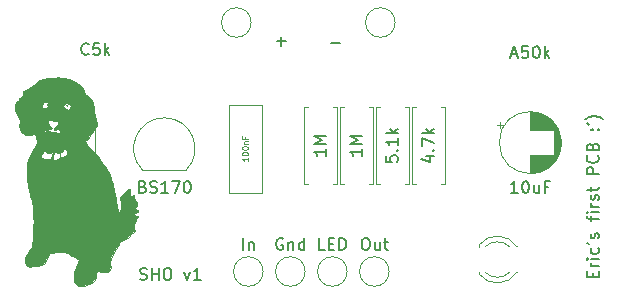
<source format=gbr>
G04 #@! TF.GenerationSoftware,KiCad,Pcbnew,(5.1.5-0-10_14)*
G04 #@! TF.CreationDate,2020-05-25T08:50:42-06:00*
G04 #@! TF.ProjectId,SHO,53484f2e-6b69-4636-9164-5f7063625858,rev?*
G04 #@! TF.SameCoordinates,Original*
G04 #@! TF.FileFunction,Legend,Top*
G04 #@! TF.FilePolarity,Positive*
%FSLAX46Y46*%
G04 Gerber Fmt 4.6, Leading zero omitted, Abs format (unit mm)*
G04 Created by KiCad (PCBNEW (5.1.5-0-10_14)) date 2020-05-25 08:50:42*
%MOMM*%
%LPD*%
G04 APERTURE LIST*
%ADD10C,0.150000*%
%ADD11C,0.010000*%
%ADD12C,0.120000*%
%ADD13C,0.125000*%
G04 APERTURE END LIST*
D10*
X201604571Y-118315523D02*
X201604571Y-117982190D01*
X202128380Y-117839333D02*
X202128380Y-118315523D01*
X201128380Y-118315523D01*
X201128380Y-117839333D01*
X202128380Y-117410761D02*
X201461714Y-117410761D01*
X201652190Y-117410761D02*
X201556952Y-117363142D01*
X201509333Y-117315523D01*
X201461714Y-117220285D01*
X201461714Y-117125047D01*
X202128380Y-116791714D02*
X201461714Y-116791714D01*
X201128380Y-116791714D02*
X201176000Y-116839333D01*
X201223619Y-116791714D01*
X201176000Y-116744095D01*
X201128380Y-116791714D01*
X201223619Y-116791714D01*
X202080761Y-115886952D02*
X202128380Y-115982190D01*
X202128380Y-116172666D01*
X202080761Y-116267904D01*
X202033142Y-116315523D01*
X201937904Y-116363142D01*
X201652190Y-116363142D01*
X201556952Y-116315523D01*
X201509333Y-116267904D01*
X201461714Y-116172666D01*
X201461714Y-115982190D01*
X201509333Y-115886952D01*
X201128380Y-115410761D02*
X201318857Y-115506000D01*
X202080761Y-115029809D02*
X202128380Y-114934571D01*
X202128380Y-114744095D01*
X202080761Y-114648857D01*
X201985523Y-114601238D01*
X201937904Y-114601238D01*
X201842666Y-114648857D01*
X201795047Y-114744095D01*
X201795047Y-114886952D01*
X201747428Y-114982190D01*
X201652190Y-115029809D01*
X201604571Y-115029809D01*
X201509333Y-114982190D01*
X201461714Y-114886952D01*
X201461714Y-114744095D01*
X201509333Y-114648857D01*
X201461714Y-113553619D02*
X201461714Y-113172666D01*
X202128380Y-113410761D02*
X201271238Y-113410761D01*
X201176000Y-113363142D01*
X201128380Y-113267904D01*
X201128380Y-113172666D01*
X202128380Y-112839333D02*
X201461714Y-112839333D01*
X201128380Y-112839333D02*
X201176000Y-112886952D01*
X201223619Y-112839333D01*
X201176000Y-112791714D01*
X201128380Y-112839333D01*
X201223619Y-112839333D01*
X202128380Y-112363142D02*
X201461714Y-112363142D01*
X201652190Y-112363142D02*
X201556952Y-112315523D01*
X201509333Y-112267904D01*
X201461714Y-112172666D01*
X201461714Y-112077428D01*
X202080761Y-111791714D02*
X202128380Y-111696476D01*
X202128380Y-111506000D01*
X202080761Y-111410761D01*
X201985523Y-111363142D01*
X201937904Y-111363142D01*
X201842666Y-111410761D01*
X201795047Y-111506000D01*
X201795047Y-111648857D01*
X201747428Y-111744095D01*
X201652190Y-111791714D01*
X201604571Y-111791714D01*
X201509333Y-111744095D01*
X201461714Y-111648857D01*
X201461714Y-111506000D01*
X201509333Y-111410761D01*
X201461714Y-111077428D02*
X201461714Y-110696476D01*
X201128380Y-110934571D02*
X201985523Y-110934571D01*
X202080761Y-110886952D01*
X202128380Y-110791714D01*
X202128380Y-110696476D01*
X202128380Y-109601238D02*
X201128380Y-109601238D01*
X201128380Y-109220285D01*
X201176000Y-109125047D01*
X201223619Y-109077428D01*
X201318857Y-109029809D01*
X201461714Y-109029809D01*
X201556952Y-109077428D01*
X201604571Y-109125047D01*
X201652190Y-109220285D01*
X201652190Y-109601238D01*
X202033142Y-108029809D02*
X202080761Y-108077428D01*
X202128380Y-108220285D01*
X202128380Y-108315523D01*
X202080761Y-108458380D01*
X201985523Y-108553619D01*
X201890285Y-108601238D01*
X201699809Y-108648857D01*
X201556952Y-108648857D01*
X201366476Y-108601238D01*
X201271238Y-108553619D01*
X201176000Y-108458380D01*
X201128380Y-108315523D01*
X201128380Y-108220285D01*
X201176000Y-108077428D01*
X201223619Y-108029809D01*
X201604571Y-107267904D02*
X201652190Y-107125047D01*
X201699809Y-107077428D01*
X201795047Y-107029809D01*
X201937904Y-107029809D01*
X202033142Y-107077428D01*
X202080761Y-107125047D01*
X202128380Y-107220285D01*
X202128380Y-107601238D01*
X201128380Y-107601238D01*
X201128380Y-107267904D01*
X201176000Y-107172666D01*
X201223619Y-107125047D01*
X201318857Y-107077428D01*
X201414095Y-107077428D01*
X201509333Y-107125047D01*
X201556952Y-107172666D01*
X201604571Y-107267904D01*
X201604571Y-107601238D01*
X202033142Y-105839333D02*
X202080761Y-105791714D01*
X202128380Y-105839333D01*
X202080761Y-105886952D01*
X202033142Y-105839333D01*
X202128380Y-105839333D01*
X201509333Y-105839333D02*
X201556952Y-105791714D01*
X201604571Y-105839333D01*
X201556952Y-105886952D01*
X201509333Y-105839333D01*
X201604571Y-105839333D01*
X201128380Y-105315523D02*
X201318857Y-105410761D01*
X202509333Y-104982190D02*
X202461714Y-104934571D01*
X202318857Y-104839333D01*
X202223619Y-104791714D01*
X202080761Y-104744095D01*
X201842666Y-104696476D01*
X201652190Y-104696476D01*
X201414095Y-104744095D01*
X201271238Y-104791714D01*
X201176000Y-104839333D01*
X201033142Y-104934571D01*
X200985523Y-104982190D01*
X163290571Y-118514761D02*
X163433428Y-118562380D01*
X163671523Y-118562380D01*
X163766761Y-118514761D01*
X163814380Y-118467142D01*
X163862000Y-118371904D01*
X163862000Y-118276666D01*
X163814380Y-118181428D01*
X163766761Y-118133809D01*
X163671523Y-118086190D01*
X163481047Y-118038571D01*
X163385809Y-117990952D01*
X163338190Y-117943333D01*
X163290571Y-117848095D01*
X163290571Y-117752857D01*
X163338190Y-117657619D01*
X163385809Y-117610000D01*
X163481047Y-117562380D01*
X163719142Y-117562380D01*
X163862000Y-117610000D01*
X164290571Y-118562380D02*
X164290571Y-117562380D01*
X164290571Y-118038571D02*
X164862000Y-118038571D01*
X164862000Y-118562380D02*
X164862000Y-117562380D01*
X165528666Y-117562380D02*
X165719142Y-117562380D01*
X165814380Y-117610000D01*
X165909619Y-117705238D01*
X165957238Y-117895714D01*
X165957238Y-118229047D01*
X165909619Y-118419523D01*
X165814380Y-118514761D01*
X165719142Y-118562380D01*
X165528666Y-118562380D01*
X165433428Y-118514761D01*
X165338190Y-118419523D01*
X165290571Y-118229047D01*
X165290571Y-117895714D01*
X165338190Y-117705238D01*
X165433428Y-117610000D01*
X165528666Y-117562380D01*
X167052476Y-117895714D02*
X167290571Y-118562380D01*
X167528666Y-117895714D01*
X168433428Y-118562380D02*
X167862000Y-118562380D01*
X168147714Y-118562380D02*
X168147714Y-117562380D01*
X168052476Y-117705238D01*
X167957238Y-117800476D01*
X167862000Y-117848095D01*
D11*
G36*
X157141334Y-103759000D02*
G01*
X157099000Y-103801334D01*
X157056667Y-103759000D01*
X157099000Y-103716667D01*
X157141334Y-103759000D01*
G37*
X157141334Y-103759000D02*
X157099000Y-103801334D01*
X157056667Y-103759000D01*
X157099000Y-103716667D01*
X157141334Y-103759000D01*
G36*
X156570944Y-101437707D02*
G01*
X156870204Y-101495017D01*
X157208910Y-101576059D01*
X157546115Y-101672636D01*
X157649334Y-101706265D01*
X157973320Y-101884208D01*
X158282977Y-102169023D01*
X158521768Y-102503594D01*
X158592450Y-102659039D01*
X158717090Y-102877758D01*
X158881009Y-103025422D01*
X158891675Y-103030614D01*
X159163794Y-103245230D01*
X159339975Y-103591371D01*
X159415244Y-104057732D01*
X159417314Y-104224667D01*
X159442799Y-104683790D01*
X159530064Y-105054037D01*
X159547292Y-105096597D01*
X159630336Y-105310256D01*
X159635842Y-105450453D01*
X159559242Y-105596532D01*
X159514848Y-105660000D01*
X159399356Y-105837637D01*
X159343596Y-105953743D01*
X159342667Y-105961220D01*
X159293401Y-106058533D01*
X159171164Y-106234097D01*
X159014298Y-106438557D01*
X158861145Y-106622557D01*
X158750048Y-106736743D01*
X158729463Y-106750556D01*
X158662864Y-106842337D01*
X158721936Y-107009505D01*
X158910902Y-107258821D01*
X159233986Y-107597047D01*
X159296179Y-107657708D01*
X159568005Y-107936833D01*
X159793093Y-108197778D01*
X159941736Y-108404451D01*
X159983251Y-108492440D01*
X160078326Y-108690387D01*
X160189334Y-108796667D01*
X160324770Y-108937048D01*
X160392874Y-109090767D01*
X160456447Y-109250255D01*
X160516755Y-109304667D01*
X160603259Y-109385868D01*
X160709530Y-109619044D01*
X160831275Y-109988557D01*
X160964200Y-110478767D01*
X161104011Y-111074034D01*
X161246413Y-111758719D01*
X161366067Y-112398096D01*
X161441898Y-112723140D01*
X161518149Y-112888802D01*
X161586185Y-112904789D01*
X161637366Y-112780811D01*
X161663056Y-112526574D01*
X161654618Y-112151789D01*
X161653326Y-112133945D01*
X162905351Y-112133945D01*
X162920918Y-112243759D01*
X162949820Y-112245070D01*
X162970031Y-112131753D01*
X162956504Y-112082792D01*
X162918909Y-112050722D01*
X162905351Y-112133945D01*
X161653326Y-112133945D01*
X161649394Y-112079640D01*
X161604466Y-111510279D01*
X161945272Y-111169473D01*
X162201716Y-110935053D01*
X162367337Y-110839024D01*
X162448025Y-110880777D01*
X162449670Y-111059703D01*
X162439825Y-111118398D01*
X162430543Y-111356887D01*
X162501456Y-111476096D01*
X162636513Y-111456839D01*
X162690709Y-111418255D01*
X162775480Y-111373563D01*
X162809443Y-111452004D01*
X162814000Y-111582957D01*
X162852876Y-111798687D01*
X162941000Y-111898716D01*
X163036007Y-112006259D01*
X163065465Y-112176696D01*
X163024619Y-112327013D01*
X162968101Y-112371855D01*
X162909106Y-112465728D01*
X162925170Y-112553611D01*
X163008824Y-112652852D01*
X163067402Y-112649370D01*
X163145740Y-112657984D01*
X163152667Y-112690741D01*
X163081214Y-112780905D01*
X162908309Y-112869927D01*
X162898767Y-112873319D01*
X162723955Y-112969045D01*
X162711576Y-113057432D01*
X162856057Y-113109998D01*
X162945997Y-113114667D01*
X163102705Y-113144286D01*
X163152667Y-113199334D01*
X163088238Y-113281540D01*
X163068000Y-113284000D01*
X162991717Y-113352058D01*
X162983334Y-113403945D01*
X162940696Y-113530448D01*
X162911829Y-113552111D01*
X162847383Y-113650762D01*
X162800043Y-113843289D01*
X162779191Y-114057281D01*
X162794213Y-114220330D01*
X162819913Y-114261321D01*
X162838803Y-114355657D01*
X162746255Y-114514268D01*
X162571264Y-114706814D01*
X162342826Y-114902953D01*
X162089934Y-115072344D01*
X161998397Y-115120980D01*
X161722350Y-115282328D01*
X161539844Y-115441755D01*
X161493762Y-115519459D01*
X161423870Y-115675944D01*
X161289123Y-115923885D01*
X161117100Y-116212859D01*
X161095616Y-116247334D01*
X160918383Y-116544004D01*
X160817760Y-116773645D01*
X160778624Y-117002131D01*
X160785850Y-117295338D01*
X160804705Y-117514438D01*
X160750738Y-117716730D01*
X160572031Y-117857050D01*
X160307451Y-117917087D01*
X160018417Y-117884832D01*
X159733543Y-117831380D01*
X159581604Y-117865211D01*
X159547093Y-117992133D01*
X159559175Y-118056812D01*
X159560158Y-118368889D01*
X159396531Y-118641706D01*
X159068217Y-118875378D01*
X158983580Y-118917056D01*
X158582925Y-119073610D01*
X158276084Y-119116154D01*
X158031061Y-119044016D01*
X157848551Y-118893167D01*
X157728713Y-118747038D01*
X157672131Y-118604254D01*
X157665879Y-118404548D01*
X157689657Y-118152334D01*
X157737153Y-117857641D01*
X157771783Y-117729000D01*
X159935334Y-117729000D01*
X159977667Y-117771334D01*
X160020000Y-117729000D01*
X159977667Y-117686667D01*
X159935334Y-117729000D01*
X157771783Y-117729000D01*
X157800920Y-117620768D01*
X157851026Y-117517334D01*
X157961756Y-117343417D01*
X158071372Y-117116042D01*
X158144920Y-116912570D01*
X158157334Y-116839415D01*
X158083741Y-116771787D01*
X157898149Y-116691503D01*
X157797500Y-116659778D01*
X157543767Y-116561292D01*
X157348032Y-116439898D01*
X157310667Y-116402882D01*
X157154469Y-116296584D01*
X156884869Y-116242018D01*
X156718000Y-116231617D01*
X156230320Y-116226913D01*
X155866560Y-116250664D01*
X155640570Y-116300945D01*
X155566200Y-116375835D01*
X155569696Y-116391043D01*
X155567972Y-116489690D01*
X155540593Y-116501334D01*
X155474003Y-116573986D01*
X155421507Y-116734167D01*
X155331516Y-117005364D01*
X155171287Y-117182580D01*
X154904104Y-117294819D01*
X154643667Y-117348651D01*
X154232496Y-117411004D01*
X153955199Y-117433187D01*
X153779478Y-117407609D01*
X153673037Y-117326679D01*
X153603578Y-117182807D01*
X153576480Y-117097838D01*
X153521428Y-116861635D01*
X153542052Y-116697347D01*
X153636582Y-116536306D01*
X153778906Y-116327571D01*
X153884972Y-116160498D01*
X154012561Y-115969347D01*
X154074379Y-115889173D01*
X154112917Y-115767459D01*
X154154041Y-115514671D01*
X154194221Y-115168956D01*
X154229924Y-114768465D01*
X154257621Y-114351345D01*
X154273782Y-113955744D01*
X154276304Y-113707334D01*
X154251999Y-113119315D01*
X154192667Y-112507052D01*
X154105841Y-111926450D01*
X153999051Y-111433413D01*
X153945493Y-111252000D01*
X153790022Y-110648762D01*
X153701007Y-110006595D01*
X153683119Y-109385540D01*
X153741027Y-108845640D01*
X153753782Y-108787044D01*
X153895254Y-108286684D01*
X154037137Y-107915827D01*
X154877650Y-107915827D01*
X154888608Y-107999258D01*
X154934190Y-108157227D01*
X154940000Y-108205814D01*
X155014810Y-108260339D01*
X155200301Y-108304484D01*
X155257500Y-108311657D01*
X155474081Y-108336014D01*
X155606336Y-108354055D01*
X155617334Y-108356344D01*
X155676068Y-108295213D01*
X155720400Y-108217216D01*
X155900220Y-108217216D01*
X155912835Y-108331742D01*
X155960231Y-108375948D01*
X156053356Y-108411182D01*
X156178897Y-108398995D01*
X156376039Y-108329387D01*
X156683971Y-108192358D01*
X156689268Y-108189908D01*
X156957745Y-108039495D01*
X157088853Y-107883959D01*
X157111364Y-107685447D01*
X157106014Y-107641613D01*
X157041238Y-107523872D01*
X156927948Y-107454017D01*
X156829260Y-107457709D01*
X156802667Y-107518284D01*
X156739590Y-107616600D01*
X156590407Y-107718874D01*
X156415187Y-107796519D01*
X156274001Y-107820946D01*
X156227842Y-107791858D01*
X156158130Y-107699882D01*
X156068352Y-107772577D01*
X155963750Y-108002781D01*
X155900220Y-108217216D01*
X155720400Y-108217216D01*
X155770708Y-108128708D01*
X155802241Y-108063845D01*
X155944815Y-107759871D01*
X155614552Y-107804169D01*
X155393454Y-107814907D01*
X155302764Y-107775216D01*
X155302645Y-107761650D01*
X155254876Y-107657995D01*
X155215167Y-107636028D01*
X155124515Y-107667878D01*
X155109334Y-107731278D01*
X155041015Y-107847419D01*
X154973275Y-107865334D01*
X154877650Y-107915827D01*
X154037137Y-107915827D01*
X154071234Y-107826705D01*
X154116467Y-107738334D01*
X154770667Y-107738334D01*
X154813000Y-107780667D01*
X154855334Y-107738334D01*
X154813000Y-107696000D01*
X154770667Y-107738334D01*
X154116467Y-107738334D01*
X154198261Y-107578537D01*
X154884437Y-107578537D01*
X154897667Y-107611334D01*
X154973749Y-107692104D01*
X154987330Y-107696000D01*
X155023696Y-107630494D01*
X155024667Y-107611334D01*
X154959579Y-107529920D01*
X154935003Y-107526667D01*
X154884437Y-107578537D01*
X154198261Y-107578537D01*
X154261730Y-107454541D01*
X154392132Y-107272667D01*
X154504602Y-107114149D01*
X154545925Y-106939030D01*
X154530831Y-106677453D01*
X154526019Y-106637667D01*
X154485030Y-106385668D01*
X154430194Y-106265062D01*
X154340337Y-106238063D01*
X154304488Y-106242384D01*
X153953894Y-106299311D01*
X153727581Y-106323772D01*
X153582485Y-106309179D01*
X153475543Y-106248944D01*
X153363692Y-106136479D01*
X153323405Y-106092297D01*
X153237612Y-105958582D01*
X155026388Y-105958582D01*
X155132427Y-105997086D01*
X155241330Y-106002667D01*
X155393724Y-105975025D01*
X155398243Y-105896834D01*
X155372855Y-105833351D01*
X155448035Y-105892686D01*
X155452513Y-105896834D01*
X155614542Y-105972204D01*
X155836213Y-106002667D01*
X156107969Y-106037356D01*
X156387035Y-106120946D01*
X156390780Y-106122512D01*
X156612833Y-106204491D01*
X156694298Y-106197327D01*
X156642909Y-106093566D01*
X156544825Y-105974119D01*
X156387494Y-105830989D01*
X156239757Y-105811935D01*
X156158361Y-105836872D01*
X156007699Y-105866008D01*
X155987316Y-105792531D01*
X156096743Y-105621427D01*
X156188834Y-105513213D01*
X156318838Y-105348987D01*
X156378861Y-105235429D01*
X156379334Y-105229917D01*
X156297658Y-105154837D01*
X156064239Y-105092416D01*
X155744334Y-105051591D01*
X155567639Y-105052761D01*
X155509457Y-105126911D01*
X155513635Y-105240667D01*
X155597897Y-105455302D01*
X155715291Y-105588113D01*
X155809241Y-105668464D01*
X155804724Y-105716367D01*
X155677153Y-105750390D01*
X155459156Y-105781529D01*
X155206956Y-105833339D01*
X155056965Y-105898179D01*
X155026388Y-105958582D01*
X153237612Y-105958582D01*
X153134048Y-105797172D01*
X153078920Y-105495879D01*
X153154556Y-105249813D01*
X153158150Y-105104312D01*
X153045309Y-104853811D01*
X152942467Y-104683748D01*
X152782501Y-104416021D01*
X152705062Y-104216120D01*
X152691497Y-104016087D01*
X152710271Y-103837759D01*
X152733179Y-103732350D01*
X154962890Y-103732350D01*
X154977663Y-103871285D01*
X155034845Y-104007533D01*
X155124924Y-104046744D01*
X155308596Y-104010892D01*
X155340144Y-104002498D01*
X155471280Y-103940515D01*
X155465044Y-103876189D01*
X156814093Y-103876189D01*
X156853068Y-104042150D01*
X156993167Y-104137060D01*
X157206768Y-104193007D01*
X157334072Y-104130524D01*
X157403319Y-103993872D01*
X157417172Y-103833516D01*
X157296913Y-103701507D01*
X157268071Y-103681947D01*
X157111354Y-103597113D01*
X157007047Y-103617349D01*
X156934500Y-103681596D01*
X156814093Y-103876189D01*
X155465044Y-103876189D01*
X155460283Y-103827094D01*
X155437530Y-103781770D01*
X155388595Y-103663802D01*
X155439134Y-103668854D01*
X155439553Y-103669113D01*
X155519265Y-103655905D01*
X155532667Y-103594664D01*
X155468838Y-103488282D01*
X155312520Y-103471217D01*
X155116463Y-103545730D01*
X155072806Y-103574951D01*
X154962890Y-103732350D01*
X152733179Y-103732350D01*
X152769447Y-103565470D01*
X152862042Y-103427314D01*
X152925852Y-103397864D01*
X153040547Y-103314902D01*
X153042446Y-103239873D01*
X153066990Y-103143854D01*
X153164657Y-103124000D01*
X153284458Y-103082104D01*
X153344119Y-102936196D01*
X153355738Y-102655941D01*
X153355482Y-102645588D01*
X153426716Y-102561976D01*
X153599734Y-102498820D01*
X153785636Y-102416454D01*
X154034243Y-102248370D01*
X154287423Y-102034812D01*
X154569122Y-101791714D01*
X154825523Y-101637033D01*
X155111771Y-101550378D01*
X155483011Y-101511358D01*
X155725080Y-101503182D01*
X155995925Y-101487119D01*
X156190248Y-101456149D01*
X156254558Y-101427068D01*
X156352079Y-101412325D01*
X156570944Y-101437707D01*
G37*
X156570944Y-101437707D02*
X156870204Y-101495017D01*
X157208910Y-101576059D01*
X157546115Y-101672636D01*
X157649334Y-101706265D01*
X157973320Y-101884208D01*
X158282977Y-102169023D01*
X158521768Y-102503594D01*
X158592450Y-102659039D01*
X158717090Y-102877758D01*
X158881009Y-103025422D01*
X158891675Y-103030614D01*
X159163794Y-103245230D01*
X159339975Y-103591371D01*
X159415244Y-104057732D01*
X159417314Y-104224667D01*
X159442799Y-104683790D01*
X159530064Y-105054037D01*
X159547292Y-105096597D01*
X159630336Y-105310256D01*
X159635842Y-105450453D01*
X159559242Y-105596532D01*
X159514848Y-105660000D01*
X159399356Y-105837637D01*
X159343596Y-105953743D01*
X159342667Y-105961220D01*
X159293401Y-106058533D01*
X159171164Y-106234097D01*
X159014298Y-106438557D01*
X158861145Y-106622557D01*
X158750048Y-106736743D01*
X158729463Y-106750556D01*
X158662864Y-106842337D01*
X158721936Y-107009505D01*
X158910902Y-107258821D01*
X159233986Y-107597047D01*
X159296179Y-107657708D01*
X159568005Y-107936833D01*
X159793093Y-108197778D01*
X159941736Y-108404451D01*
X159983251Y-108492440D01*
X160078326Y-108690387D01*
X160189334Y-108796667D01*
X160324770Y-108937048D01*
X160392874Y-109090767D01*
X160456447Y-109250255D01*
X160516755Y-109304667D01*
X160603259Y-109385868D01*
X160709530Y-109619044D01*
X160831275Y-109988557D01*
X160964200Y-110478767D01*
X161104011Y-111074034D01*
X161246413Y-111758719D01*
X161366067Y-112398096D01*
X161441898Y-112723140D01*
X161518149Y-112888802D01*
X161586185Y-112904789D01*
X161637366Y-112780811D01*
X161663056Y-112526574D01*
X161654618Y-112151789D01*
X161653326Y-112133945D01*
X162905351Y-112133945D01*
X162920918Y-112243759D01*
X162949820Y-112245070D01*
X162970031Y-112131753D01*
X162956504Y-112082792D01*
X162918909Y-112050722D01*
X162905351Y-112133945D01*
X161653326Y-112133945D01*
X161649394Y-112079640D01*
X161604466Y-111510279D01*
X161945272Y-111169473D01*
X162201716Y-110935053D01*
X162367337Y-110839024D01*
X162448025Y-110880777D01*
X162449670Y-111059703D01*
X162439825Y-111118398D01*
X162430543Y-111356887D01*
X162501456Y-111476096D01*
X162636513Y-111456839D01*
X162690709Y-111418255D01*
X162775480Y-111373563D01*
X162809443Y-111452004D01*
X162814000Y-111582957D01*
X162852876Y-111798687D01*
X162941000Y-111898716D01*
X163036007Y-112006259D01*
X163065465Y-112176696D01*
X163024619Y-112327013D01*
X162968101Y-112371855D01*
X162909106Y-112465728D01*
X162925170Y-112553611D01*
X163008824Y-112652852D01*
X163067402Y-112649370D01*
X163145740Y-112657984D01*
X163152667Y-112690741D01*
X163081214Y-112780905D01*
X162908309Y-112869927D01*
X162898767Y-112873319D01*
X162723955Y-112969045D01*
X162711576Y-113057432D01*
X162856057Y-113109998D01*
X162945997Y-113114667D01*
X163102705Y-113144286D01*
X163152667Y-113199334D01*
X163088238Y-113281540D01*
X163068000Y-113284000D01*
X162991717Y-113352058D01*
X162983334Y-113403945D01*
X162940696Y-113530448D01*
X162911829Y-113552111D01*
X162847383Y-113650762D01*
X162800043Y-113843289D01*
X162779191Y-114057281D01*
X162794213Y-114220330D01*
X162819913Y-114261321D01*
X162838803Y-114355657D01*
X162746255Y-114514268D01*
X162571264Y-114706814D01*
X162342826Y-114902953D01*
X162089934Y-115072344D01*
X161998397Y-115120980D01*
X161722350Y-115282328D01*
X161539844Y-115441755D01*
X161493762Y-115519459D01*
X161423870Y-115675944D01*
X161289123Y-115923885D01*
X161117100Y-116212859D01*
X161095616Y-116247334D01*
X160918383Y-116544004D01*
X160817760Y-116773645D01*
X160778624Y-117002131D01*
X160785850Y-117295338D01*
X160804705Y-117514438D01*
X160750738Y-117716730D01*
X160572031Y-117857050D01*
X160307451Y-117917087D01*
X160018417Y-117884832D01*
X159733543Y-117831380D01*
X159581604Y-117865211D01*
X159547093Y-117992133D01*
X159559175Y-118056812D01*
X159560158Y-118368889D01*
X159396531Y-118641706D01*
X159068217Y-118875378D01*
X158983580Y-118917056D01*
X158582925Y-119073610D01*
X158276084Y-119116154D01*
X158031061Y-119044016D01*
X157848551Y-118893167D01*
X157728713Y-118747038D01*
X157672131Y-118604254D01*
X157665879Y-118404548D01*
X157689657Y-118152334D01*
X157737153Y-117857641D01*
X157771783Y-117729000D01*
X159935334Y-117729000D01*
X159977667Y-117771334D01*
X160020000Y-117729000D01*
X159977667Y-117686667D01*
X159935334Y-117729000D01*
X157771783Y-117729000D01*
X157800920Y-117620768D01*
X157851026Y-117517334D01*
X157961756Y-117343417D01*
X158071372Y-117116042D01*
X158144920Y-116912570D01*
X158157334Y-116839415D01*
X158083741Y-116771787D01*
X157898149Y-116691503D01*
X157797500Y-116659778D01*
X157543767Y-116561292D01*
X157348032Y-116439898D01*
X157310667Y-116402882D01*
X157154469Y-116296584D01*
X156884869Y-116242018D01*
X156718000Y-116231617D01*
X156230320Y-116226913D01*
X155866560Y-116250664D01*
X155640570Y-116300945D01*
X155566200Y-116375835D01*
X155569696Y-116391043D01*
X155567972Y-116489690D01*
X155540593Y-116501334D01*
X155474003Y-116573986D01*
X155421507Y-116734167D01*
X155331516Y-117005364D01*
X155171287Y-117182580D01*
X154904104Y-117294819D01*
X154643667Y-117348651D01*
X154232496Y-117411004D01*
X153955199Y-117433187D01*
X153779478Y-117407609D01*
X153673037Y-117326679D01*
X153603578Y-117182807D01*
X153576480Y-117097838D01*
X153521428Y-116861635D01*
X153542052Y-116697347D01*
X153636582Y-116536306D01*
X153778906Y-116327571D01*
X153884972Y-116160498D01*
X154012561Y-115969347D01*
X154074379Y-115889173D01*
X154112917Y-115767459D01*
X154154041Y-115514671D01*
X154194221Y-115168956D01*
X154229924Y-114768465D01*
X154257621Y-114351345D01*
X154273782Y-113955744D01*
X154276304Y-113707334D01*
X154251999Y-113119315D01*
X154192667Y-112507052D01*
X154105841Y-111926450D01*
X153999051Y-111433413D01*
X153945493Y-111252000D01*
X153790022Y-110648762D01*
X153701007Y-110006595D01*
X153683119Y-109385540D01*
X153741027Y-108845640D01*
X153753782Y-108787044D01*
X153895254Y-108286684D01*
X154037137Y-107915827D01*
X154877650Y-107915827D01*
X154888608Y-107999258D01*
X154934190Y-108157227D01*
X154940000Y-108205814D01*
X155014810Y-108260339D01*
X155200301Y-108304484D01*
X155257500Y-108311657D01*
X155474081Y-108336014D01*
X155606336Y-108354055D01*
X155617334Y-108356344D01*
X155676068Y-108295213D01*
X155720400Y-108217216D01*
X155900220Y-108217216D01*
X155912835Y-108331742D01*
X155960231Y-108375948D01*
X156053356Y-108411182D01*
X156178897Y-108398995D01*
X156376039Y-108329387D01*
X156683971Y-108192358D01*
X156689268Y-108189908D01*
X156957745Y-108039495D01*
X157088853Y-107883959D01*
X157111364Y-107685447D01*
X157106014Y-107641613D01*
X157041238Y-107523872D01*
X156927948Y-107454017D01*
X156829260Y-107457709D01*
X156802667Y-107518284D01*
X156739590Y-107616600D01*
X156590407Y-107718874D01*
X156415187Y-107796519D01*
X156274001Y-107820946D01*
X156227842Y-107791858D01*
X156158130Y-107699882D01*
X156068352Y-107772577D01*
X155963750Y-108002781D01*
X155900220Y-108217216D01*
X155720400Y-108217216D01*
X155770708Y-108128708D01*
X155802241Y-108063845D01*
X155944815Y-107759871D01*
X155614552Y-107804169D01*
X155393454Y-107814907D01*
X155302764Y-107775216D01*
X155302645Y-107761650D01*
X155254876Y-107657995D01*
X155215167Y-107636028D01*
X155124515Y-107667878D01*
X155109334Y-107731278D01*
X155041015Y-107847419D01*
X154973275Y-107865334D01*
X154877650Y-107915827D01*
X154037137Y-107915827D01*
X154071234Y-107826705D01*
X154116467Y-107738334D01*
X154770667Y-107738334D01*
X154813000Y-107780667D01*
X154855334Y-107738334D01*
X154813000Y-107696000D01*
X154770667Y-107738334D01*
X154116467Y-107738334D01*
X154198261Y-107578537D01*
X154884437Y-107578537D01*
X154897667Y-107611334D01*
X154973749Y-107692104D01*
X154987330Y-107696000D01*
X155023696Y-107630494D01*
X155024667Y-107611334D01*
X154959579Y-107529920D01*
X154935003Y-107526667D01*
X154884437Y-107578537D01*
X154198261Y-107578537D01*
X154261730Y-107454541D01*
X154392132Y-107272667D01*
X154504602Y-107114149D01*
X154545925Y-106939030D01*
X154530831Y-106677453D01*
X154526019Y-106637667D01*
X154485030Y-106385668D01*
X154430194Y-106265062D01*
X154340337Y-106238063D01*
X154304488Y-106242384D01*
X153953894Y-106299311D01*
X153727581Y-106323772D01*
X153582485Y-106309179D01*
X153475543Y-106248944D01*
X153363692Y-106136479D01*
X153323405Y-106092297D01*
X153237612Y-105958582D01*
X155026388Y-105958582D01*
X155132427Y-105997086D01*
X155241330Y-106002667D01*
X155393724Y-105975025D01*
X155398243Y-105896834D01*
X155372855Y-105833351D01*
X155448035Y-105892686D01*
X155452513Y-105896834D01*
X155614542Y-105972204D01*
X155836213Y-106002667D01*
X156107969Y-106037356D01*
X156387035Y-106120946D01*
X156390780Y-106122512D01*
X156612833Y-106204491D01*
X156694298Y-106197327D01*
X156642909Y-106093566D01*
X156544825Y-105974119D01*
X156387494Y-105830989D01*
X156239757Y-105811935D01*
X156158361Y-105836872D01*
X156007699Y-105866008D01*
X155987316Y-105792531D01*
X156096743Y-105621427D01*
X156188834Y-105513213D01*
X156318838Y-105348987D01*
X156378861Y-105235429D01*
X156379334Y-105229917D01*
X156297658Y-105154837D01*
X156064239Y-105092416D01*
X155744334Y-105051591D01*
X155567639Y-105052761D01*
X155509457Y-105126911D01*
X155513635Y-105240667D01*
X155597897Y-105455302D01*
X155715291Y-105588113D01*
X155809241Y-105668464D01*
X155804724Y-105716367D01*
X155677153Y-105750390D01*
X155459156Y-105781529D01*
X155206956Y-105833339D01*
X155056965Y-105898179D01*
X155026388Y-105958582D01*
X153237612Y-105958582D01*
X153134048Y-105797172D01*
X153078920Y-105495879D01*
X153154556Y-105249813D01*
X153158150Y-105104312D01*
X153045309Y-104853811D01*
X152942467Y-104683748D01*
X152782501Y-104416021D01*
X152705062Y-104216120D01*
X152691497Y-104016087D01*
X152710271Y-103837759D01*
X152733179Y-103732350D01*
X154962890Y-103732350D01*
X154977663Y-103871285D01*
X155034845Y-104007533D01*
X155124924Y-104046744D01*
X155308596Y-104010892D01*
X155340144Y-104002498D01*
X155471280Y-103940515D01*
X155465044Y-103876189D01*
X156814093Y-103876189D01*
X156853068Y-104042150D01*
X156993167Y-104137060D01*
X157206768Y-104193007D01*
X157334072Y-104130524D01*
X157403319Y-103993872D01*
X157417172Y-103833516D01*
X157296913Y-103701507D01*
X157268071Y-103681947D01*
X157111354Y-103597113D01*
X157007047Y-103617349D01*
X156934500Y-103681596D01*
X156814093Y-103876189D01*
X155465044Y-103876189D01*
X155460283Y-103827094D01*
X155437530Y-103781770D01*
X155388595Y-103663802D01*
X155439134Y-103668854D01*
X155439553Y-103669113D01*
X155519265Y-103655905D01*
X155532667Y-103594664D01*
X155468838Y-103488282D01*
X155312520Y-103471217D01*
X155116463Y-103545730D01*
X155072806Y-103574951D01*
X154962890Y-103732350D01*
X152733179Y-103732350D01*
X152769447Y-103565470D01*
X152862042Y-103427314D01*
X152925852Y-103397864D01*
X153040547Y-103314902D01*
X153042446Y-103239873D01*
X153066990Y-103143854D01*
X153164657Y-103124000D01*
X153284458Y-103082104D01*
X153344119Y-102936196D01*
X153355738Y-102655941D01*
X153355482Y-102645588D01*
X153426716Y-102561976D01*
X153599734Y-102498820D01*
X153785636Y-102416454D01*
X154034243Y-102248370D01*
X154287423Y-102034812D01*
X154569122Y-101791714D01*
X154825523Y-101637033D01*
X155111771Y-101550378D01*
X155483011Y-101511358D01*
X155725080Y-101503182D01*
X155995925Y-101487119D01*
X156190248Y-101456149D01*
X156254558Y-101427068D01*
X156352079Y-101412325D01*
X156570944Y-101437707D01*
D12*
X159458000Y-105502000D02*
X156518000Y-105502000D01*
X159458000Y-105742000D02*
X156518000Y-105742000D01*
X159458000Y-105622000D02*
X156518000Y-105622000D01*
X156518000Y-110162000D02*
X156648000Y-110162000D01*
X156518000Y-104722000D02*
X156518000Y-110162000D01*
X156648000Y-104722000D02*
X156518000Y-104722000D01*
X159458000Y-110162000D02*
X159328000Y-110162000D01*
X159458000Y-104722000D02*
X159458000Y-110162000D01*
X159328000Y-104722000D02*
X159458000Y-104722000D01*
X189076000Y-103918000D02*
X188746000Y-103918000D01*
X189076000Y-110458000D02*
X189076000Y-103918000D01*
X188746000Y-110458000D02*
X189076000Y-110458000D01*
X186336000Y-103918000D02*
X186666000Y-103918000D01*
X186336000Y-110458000D02*
X186336000Y-103918000D01*
X186666000Y-110458000D02*
X186336000Y-110458000D01*
X184893000Y-96774000D02*
G75*
G03X184893000Y-96774000I-1251000J0D01*
G01*
X172701000Y-96774000D02*
G75*
G03X172701000Y-96774000I-1251000J0D01*
G01*
X184385000Y-117856000D02*
G75*
G03X184385000Y-117856000I-1251000J0D01*
G01*
X177273000Y-117856000D02*
G75*
G03X177273000Y-117856000I-1251000J0D01*
G01*
X180829000Y-117856000D02*
G75*
G03X180829000Y-117856000I-1251000J0D01*
G01*
X173717000Y-117856000D02*
G75*
G03X173717000Y-117856000I-1251000J0D01*
G01*
X191988000Y-117920000D02*
X191988000Y-118076000D01*
X191988000Y-115604000D02*
X191988000Y-115760000D01*
X194589130Y-117919837D02*
G75*
G02X192507039Y-117920000I-1041130J1079837D01*
G01*
X194589130Y-115760163D02*
G75*
G03X192507039Y-115760000I-1041130J-1079837D01*
G01*
X195220335Y-117918608D02*
G75*
G02X191988000Y-118075516I-1672335J1078608D01*
G01*
X195220335Y-115761392D02*
G75*
G03X191988000Y-115604484I-1672335J-1078608D01*
G01*
X182650000Y-103918000D02*
X182980000Y-103918000D01*
X182980000Y-103918000D02*
X182980000Y-110458000D01*
X182980000Y-110458000D02*
X182650000Y-110458000D01*
X180570000Y-103918000D02*
X180240000Y-103918000D01*
X180240000Y-103918000D02*
X180240000Y-110458000D01*
X180240000Y-110458000D02*
X180570000Y-110458000D01*
X170842000Y-111202000D02*
X170842000Y-103762000D01*
X173582000Y-111202000D02*
X173582000Y-103762000D01*
X170842000Y-111202000D02*
X173582000Y-111202000D01*
X170842000Y-103762000D02*
X173582000Y-103762000D01*
X193771225Y-105209000D02*
X193771225Y-105709000D01*
X193521225Y-105459000D02*
X194021225Y-105459000D01*
X198927000Y-106650000D02*
X198927000Y-107218000D01*
X198887000Y-106416000D02*
X198887000Y-107452000D01*
X198847000Y-106257000D02*
X198847000Y-107611000D01*
X198807000Y-106129000D02*
X198807000Y-107739000D01*
X198767000Y-106019000D02*
X198767000Y-107849000D01*
X198727000Y-105923000D02*
X198727000Y-107945000D01*
X198687000Y-105836000D02*
X198687000Y-108032000D01*
X198647000Y-105756000D02*
X198647000Y-108112000D01*
X198607000Y-105683000D02*
X198607000Y-108185000D01*
X198567000Y-105615000D02*
X198567000Y-108253000D01*
X198527000Y-105551000D02*
X198527000Y-108317000D01*
X198487000Y-105491000D02*
X198487000Y-108377000D01*
X198447000Y-105434000D02*
X198447000Y-108434000D01*
X198407000Y-105380000D02*
X198407000Y-108488000D01*
X198367000Y-105329000D02*
X198367000Y-108539000D01*
X198327000Y-107974000D02*
X198327000Y-108587000D01*
X198327000Y-105281000D02*
X198327000Y-105894000D01*
X198287000Y-107974000D02*
X198287000Y-108633000D01*
X198287000Y-105235000D02*
X198287000Y-105894000D01*
X198247000Y-107974000D02*
X198247000Y-108677000D01*
X198247000Y-105191000D02*
X198247000Y-105894000D01*
X198207000Y-107974000D02*
X198207000Y-108719000D01*
X198207000Y-105149000D02*
X198207000Y-105894000D01*
X198167000Y-107974000D02*
X198167000Y-108760000D01*
X198167000Y-105108000D02*
X198167000Y-105894000D01*
X198127000Y-107974000D02*
X198127000Y-108798000D01*
X198127000Y-105070000D02*
X198127000Y-105894000D01*
X198087000Y-107974000D02*
X198087000Y-108835000D01*
X198087000Y-105033000D02*
X198087000Y-105894000D01*
X198047000Y-107974000D02*
X198047000Y-108871000D01*
X198047000Y-104997000D02*
X198047000Y-105894000D01*
X198007000Y-107974000D02*
X198007000Y-108905000D01*
X198007000Y-104963000D02*
X198007000Y-105894000D01*
X197967000Y-107974000D02*
X197967000Y-108938000D01*
X197967000Y-104930000D02*
X197967000Y-105894000D01*
X197927000Y-107974000D02*
X197927000Y-108969000D01*
X197927000Y-104899000D02*
X197927000Y-105894000D01*
X197887000Y-107974000D02*
X197887000Y-108999000D01*
X197887000Y-104869000D02*
X197887000Y-105894000D01*
X197847000Y-107974000D02*
X197847000Y-109029000D01*
X197847000Y-104839000D02*
X197847000Y-105894000D01*
X197807000Y-107974000D02*
X197807000Y-109056000D01*
X197807000Y-104812000D02*
X197807000Y-105894000D01*
X197767000Y-107974000D02*
X197767000Y-109083000D01*
X197767000Y-104785000D02*
X197767000Y-105894000D01*
X197727000Y-107974000D02*
X197727000Y-109109000D01*
X197727000Y-104759000D02*
X197727000Y-105894000D01*
X197687000Y-107974000D02*
X197687000Y-109134000D01*
X197687000Y-104734000D02*
X197687000Y-105894000D01*
X197647000Y-107974000D02*
X197647000Y-109158000D01*
X197647000Y-104710000D02*
X197647000Y-105894000D01*
X197607000Y-107974000D02*
X197607000Y-109181000D01*
X197607000Y-104687000D02*
X197607000Y-105894000D01*
X197567000Y-107974000D02*
X197567000Y-109202000D01*
X197567000Y-104666000D02*
X197567000Y-105894000D01*
X197527000Y-107974000D02*
X197527000Y-109224000D01*
X197527000Y-104644000D02*
X197527000Y-105894000D01*
X197487000Y-107974000D02*
X197487000Y-109244000D01*
X197487000Y-104624000D02*
X197487000Y-105894000D01*
X197447000Y-107974000D02*
X197447000Y-109263000D01*
X197447000Y-104605000D02*
X197447000Y-105894000D01*
X197407000Y-107974000D02*
X197407000Y-109282000D01*
X197407000Y-104586000D02*
X197407000Y-105894000D01*
X197367000Y-107974000D02*
X197367000Y-109299000D01*
X197367000Y-104569000D02*
X197367000Y-105894000D01*
X197327000Y-107974000D02*
X197327000Y-109316000D01*
X197327000Y-104552000D02*
X197327000Y-105894000D01*
X197287000Y-107974000D02*
X197287000Y-109332000D01*
X197287000Y-104536000D02*
X197287000Y-105894000D01*
X197247000Y-107974000D02*
X197247000Y-109348000D01*
X197247000Y-104520000D02*
X197247000Y-105894000D01*
X197207000Y-107974000D02*
X197207000Y-109362000D01*
X197207000Y-104506000D02*
X197207000Y-105894000D01*
X197167000Y-107974000D02*
X197167000Y-109376000D01*
X197167000Y-104492000D02*
X197167000Y-105894000D01*
X197127000Y-107974000D02*
X197127000Y-109389000D01*
X197127000Y-104479000D02*
X197127000Y-105894000D01*
X197087000Y-107974000D02*
X197087000Y-109402000D01*
X197087000Y-104466000D02*
X197087000Y-105894000D01*
X197047000Y-107974000D02*
X197047000Y-109414000D01*
X197047000Y-104454000D02*
X197047000Y-105894000D01*
X197006000Y-107974000D02*
X197006000Y-109425000D01*
X197006000Y-104443000D02*
X197006000Y-105894000D01*
X196966000Y-107974000D02*
X196966000Y-109435000D01*
X196966000Y-104433000D02*
X196966000Y-105894000D01*
X196926000Y-107974000D02*
X196926000Y-109445000D01*
X196926000Y-104423000D02*
X196926000Y-105894000D01*
X196886000Y-107974000D02*
X196886000Y-109454000D01*
X196886000Y-104414000D02*
X196886000Y-105894000D01*
X196846000Y-107974000D02*
X196846000Y-109462000D01*
X196846000Y-104406000D02*
X196846000Y-105894000D01*
X196806000Y-107974000D02*
X196806000Y-109470000D01*
X196806000Y-104398000D02*
X196806000Y-105894000D01*
X196766000Y-107974000D02*
X196766000Y-109477000D01*
X196766000Y-104391000D02*
X196766000Y-105894000D01*
X196726000Y-107974000D02*
X196726000Y-109484000D01*
X196726000Y-104384000D02*
X196726000Y-105894000D01*
X196686000Y-107974000D02*
X196686000Y-109490000D01*
X196686000Y-104378000D02*
X196686000Y-105894000D01*
X196646000Y-107974000D02*
X196646000Y-109495000D01*
X196646000Y-104373000D02*
X196646000Y-105894000D01*
X196606000Y-107974000D02*
X196606000Y-109499000D01*
X196606000Y-104369000D02*
X196606000Y-105894000D01*
X196566000Y-107974000D02*
X196566000Y-109503000D01*
X196566000Y-104365000D02*
X196566000Y-105894000D01*
X196526000Y-107974000D02*
X196526000Y-109507000D01*
X196526000Y-104361000D02*
X196526000Y-105894000D01*
X196486000Y-107974000D02*
X196486000Y-109510000D01*
X196486000Y-104358000D02*
X196486000Y-105894000D01*
X196446000Y-107974000D02*
X196446000Y-109512000D01*
X196446000Y-104356000D02*
X196446000Y-105894000D01*
X196406000Y-107974000D02*
X196406000Y-109513000D01*
X196406000Y-104355000D02*
X196406000Y-105894000D01*
X196366000Y-104354000D02*
X196366000Y-105894000D01*
X196366000Y-107974000D02*
X196366000Y-109514000D01*
X196326000Y-104354000D02*
X196326000Y-105894000D01*
X196326000Y-107974000D02*
X196326000Y-109514000D01*
X198946000Y-106934000D02*
G75*
G03X198946000Y-106934000I-2620000J0D01*
G01*
X167192478Y-109280478D02*
G75*
G03X165354000Y-104842000I-1838478J1838478D01*
G01*
X163515522Y-109280478D02*
G75*
G02X165354000Y-104842000I1838478J1838478D01*
G01*
X163554000Y-109292000D02*
X167154000Y-109292000D01*
X177522000Y-110458000D02*
X177192000Y-110458000D01*
X177192000Y-110458000D02*
X177192000Y-103918000D01*
X177192000Y-103918000D02*
X177522000Y-103918000D01*
X179602000Y-110458000D02*
X179932000Y-110458000D01*
X179932000Y-110458000D02*
X179932000Y-103918000D01*
X179932000Y-103918000D02*
X179602000Y-103918000D01*
X183618000Y-110458000D02*
X183288000Y-110458000D01*
X183288000Y-110458000D02*
X183288000Y-103918000D01*
X183288000Y-103918000D02*
X183618000Y-103918000D01*
X185698000Y-110458000D02*
X186028000Y-110458000D01*
X186028000Y-110458000D02*
X186028000Y-103918000D01*
X186028000Y-103918000D02*
X185698000Y-103918000D01*
D10*
X194746761Y-99480666D02*
X195222952Y-99480666D01*
X194651523Y-99766380D02*
X194984857Y-98766380D01*
X195318190Y-99766380D01*
X196127714Y-98766380D02*
X195651523Y-98766380D01*
X195603904Y-99242571D01*
X195651523Y-99194952D01*
X195746761Y-99147333D01*
X195984857Y-99147333D01*
X196080095Y-99194952D01*
X196127714Y-99242571D01*
X196175333Y-99337809D01*
X196175333Y-99575904D01*
X196127714Y-99671142D01*
X196080095Y-99718761D01*
X195984857Y-99766380D01*
X195746761Y-99766380D01*
X195651523Y-99718761D01*
X195603904Y-99671142D01*
X196794380Y-98766380D02*
X196889619Y-98766380D01*
X196984857Y-98814000D01*
X197032476Y-98861619D01*
X197080095Y-98956857D01*
X197127714Y-99147333D01*
X197127714Y-99385428D01*
X197080095Y-99575904D01*
X197032476Y-99671142D01*
X196984857Y-99718761D01*
X196889619Y-99766380D01*
X196794380Y-99766380D01*
X196699142Y-99718761D01*
X196651523Y-99671142D01*
X196603904Y-99575904D01*
X196556285Y-99385428D01*
X196556285Y-99147333D01*
X196603904Y-98956857D01*
X196651523Y-98861619D01*
X196699142Y-98814000D01*
X196794380Y-98766380D01*
X197556285Y-99766380D02*
X197556285Y-98766380D01*
X197651523Y-99385428D02*
X197937238Y-99766380D01*
X197937238Y-99099714D02*
X197556285Y-99480666D01*
X158940571Y-99417142D02*
X158892952Y-99464761D01*
X158750095Y-99512380D01*
X158654857Y-99512380D01*
X158512000Y-99464761D01*
X158416761Y-99369523D01*
X158369142Y-99274285D01*
X158321523Y-99083809D01*
X158321523Y-98940952D01*
X158369142Y-98750476D01*
X158416761Y-98655238D01*
X158512000Y-98560000D01*
X158654857Y-98512380D01*
X158750095Y-98512380D01*
X158892952Y-98560000D01*
X158940571Y-98607619D01*
X159845333Y-98512380D02*
X159369142Y-98512380D01*
X159321523Y-98988571D01*
X159369142Y-98940952D01*
X159464380Y-98893333D01*
X159702476Y-98893333D01*
X159797714Y-98940952D01*
X159845333Y-98988571D01*
X159892952Y-99083809D01*
X159892952Y-99321904D01*
X159845333Y-99417142D01*
X159797714Y-99464761D01*
X159702476Y-99512380D01*
X159464380Y-99512380D01*
X159369142Y-99464761D01*
X159321523Y-99417142D01*
X160321523Y-99512380D02*
X160321523Y-98512380D01*
X160416761Y-99131428D02*
X160702476Y-99512380D01*
X160702476Y-98845714D02*
X160321523Y-99226666D01*
D13*
X158214190Y-108981714D02*
X158214190Y-109267428D01*
X158214190Y-109124571D02*
X157714190Y-109124571D01*
X157785619Y-109172190D01*
X157833238Y-109219809D01*
X157857047Y-109267428D01*
X158214190Y-108767428D02*
X157714190Y-108767428D01*
X158214190Y-108481714D01*
X157714190Y-108481714D01*
X157880857Y-108029333D02*
X158214190Y-108029333D01*
X157690380Y-108148380D02*
X158047523Y-108267428D01*
X158047523Y-107957904D01*
X157714190Y-107815047D02*
X157714190Y-107481714D01*
X158214190Y-107696000D01*
X157714190Y-107338857D02*
X157714190Y-107029333D01*
X157904666Y-107196000D01*
X157904666Y-107124571D01*
X157928476Y-107076952D01*
X157952285Y-107053142D01*
X157999904Y-107029333D01*
X158118952Y-107029333D01*
X158166571Y-107053142D01*
X158190380Y-107076952D01*
X158214190Y-107124571D01*
X158214190Y-107267428D01*
X158190380Y-107315047D01*
X158166571Y-107338857D01*
X158214190Y-106791238D02*
X158214190Y-106696000D01*
X158190380Y-106648380D01*
X158166571Y-106624571D01*
X158095142Y-106576952D01*
X157999904Y-106553142D01*
X157809428Y-106553142D01*
X157761809Y-106576952D01*
X157738000Y-106600761D01*
X157714190Y-106648380D01*
X157714190Y-106743619D01*
X157738000Y-106791238D01*
X157761809Y-106815047D01*
X157809428Y-106838857D01*
X157928476Y-106838857D01*
X157976095Y-106815047D01*
X157999904Y-106791238D01*
X158023714Y-106743619D01*
X158023714Y-106648380D01*
X157999904Y-106600761D01*
X157976095Y-106576952D01*
X157928476Y-106553142D01*
X158071333Y-106362666D02*
X158071333Y-106124571D01*
X158214190Y-106410285D02*
X157714190Y-106243619D01*
X158214190Y-106076952D01*
D10*
X179451047Y-98496428D02*
X180212952Y-98496428D01*
X174879047Y-98369428D02*
X175640952Y-98369428D01*
X175260000Y-98750380D02*
X175260000Y-97988476D01*
X187491714Y-108116571D02*
X188158380Y-108116571D01*
X187110761Y-108354666D02*
X187825047Y-108592761D01*
X187825047Y-107973714D01*
X188063142Y-107592761D02*
X188110761Y-107545142D01*
X188158380Y-107592761D01*
X188110761Y-107640380D01*
X188063142Y-107592761D01*
X188158380Y-107592761D01*
X187158380Y-107211809D02*
X187158380Y-106545142D01*
X188158380Y-106973714D01*
X188158380Y-106164190D02*
X187158380Y-106164190D01*
X187777428Y-106068952D02*
X188158380Y-105783238D01*
X187491714Y-105783238D02*
X187872666Y-106164190D01*
X182300666Y-115022380D02*
X182491142Y-115022380D01*
X182586380Y-115070000D01*
X182681619Y-115165238D01*
X182729238Y-115355714D01*
X182729238Y-115689047D01*
X182681619Y-115879523D01*
X182586380Y-115974761D01*
X182491142Y-116022380D01*
X182300666Y-116022380D01*
X182205428Y-115974761D01*
X182110190Y-115879523D01*
X182062571Y-115689047D01*
X182062571Y-115355714D01*
X182110190Y-115165238D01*
X182205428Y-115070000D01*
X182300666Y-115022380D01*
X183586380Y-115355714D02*
X183586380Y-116022380D01*
X183157809Y-115355714D02*
X183157809Y-115879523D01*
X183205428Y-115974761D01*
X183300666Y-116022380D01*
X183443523Y-116022380D01*
X183538761Y-115974761D01*
X183586380Y-115927142D01*
X183919714Y-115355714D02*
X184300666Y-115355714D01*
X184062571Y-115022380D02*
X184062571Y-115879523D01*
X184110190Y-115974761D01*
X184205428Y-116022380D01*
X184300666Y-116022380D01*
X175379142Y-115070000D02*
X175283904Y-115022380D01*
X175141047Y-115022380D01*
X174998190Y-115070000D01*
X174902952Y-115165238D01*
X174855333Y-115260476D01*
X174807714Y-115450952D01*
X174807714Y-115593809D01*
X174855333Y-115784285D01*
X174902952Y-115879523D01*
X174998190Y-115974761D01*
X175141047Y-116022380D01*
X175236285Y-116022380D01*
X175379142Y-115974761D01*
X175426761Y-115927142D01*
X175426761Y-115593809D01*
X175236285Y-115593809D01*
X175855333Y-115355714D02*
X175855333Y-116022380D01*
X175855333Y-115450952D02*
X175902952Y-115403333D01*
X175998190Y-115355714D01*
X176141047Y-115355714D01*
X176236285Y-115403333D01*
X176283904Y-115498571D01*
X176283904Y-116022380D01*
X177188666Y-116022380D02*
X177188666Y-115022380D01*
X177188666Y-115974761D02*
X177093428Y-116022380D01*
X176902952Y-116022380D01*
X176807714Y-115974761D01*
X176760095Y-115927142D01*
X176712476Y-115831904D01*
X176712476Y-115546190D01*
X176760095Y-115450952D01*
X176807714Y-115403333D01*
X176902952Y-115355714D01*
X177093428Y-115355714D01*
X177188666Y-115403333D01*
X178935142Y-116022380D02*
X178458952Y-116022380D01*
X178458952Y-115022380D01*
X179268476Y-115498571D02*
X179601809Y-115498571D01*
X179744666Y-116022380D02*
X179268476Y-116022380D01*
X179268476Y-115022380D01*
X179744666Y-115022380D01*
X180173238Y-116022380D02*
X180173238Y-115022380D01*
X180411333Y-115022380D01*
X180554190Y-115070000D01*
X180649428Y-115165238D01*
X180697047Y-115260476D01*
X180744666Y-115450952D01*
X180744666Y-115593809D01*
X180697047Y-115784285D01*
X180649428Y-115879523D01*
X180554190Y-115974761D01*
X180411333Y-116022380D01*
X180173238Y-116022380D01*
X172013619Y-116022380D02*
X172013619Y-115022380D01*
X172489809Y-115355714D02*
X172489809Y-116022380D01*
X172489809Y-115450952D02*
X172537428Y-115403333D01*
X172632666Y-115355714D01*
X172775523Y-115355714D01*
X172870761Y-115403333D01*
X172918380Y-115498571D01*
X172918380Y-116022380D01*
X182062380Y-107473714D02*
X182062380Y-108045142D01*
X182062380Y-107759428D02*
X181062380Y-107759428D01*
X181205238Y-107854666D01*
X181300476Y-107949904D01*
X181348095Y-108045142D01*
X182062380Y-107045142D02*
X181062380Y-107045142D01*
X181776666Y-106711809D01*
X181062380Y-106378476D01*
X182062380Y-106378476D01*
D13*
X172438190Y-108215809D02*
X172438190Y-108501523D01*
X172438190Y-108358666D02*
X171938190Y-108358666D01*
X172009619Y-108406285D01*
X172057238Y-108453904D01*
X172081047Y-108501523D01*
X171938190Y-107906285D02*
X171938190Y-107858666D01*
X171962000Y-107811047D01*
X171985809Y-107787238D01*
X172033428Y-107763428D01*
X172128666Y-107739619D01*
X172247714Y-107739619D01*
X172342952Y-107763428D01*
X172390571Y-107787238D01*
X172414380Y-107811047D01*
X172438190Y-107858666D01*
X172438190Y-107906285D01*
X172414380Y-107953904D01*
X172390571Y-107977714D01*
X172342952Y-108001523D01*
X172247714Y-108025333D01*
X172128666Y-108025333D01*
X172033428Y-108001523D01*
X171985809Y-107977714D01*
X171962000Y-107953904D01*
X171938190Y-107906285D01*
X171938190Y-107430095D02*
X171938190Y-107382476D01*
X171962000Y-107334857D01*
X171985809Y-107311047D01*
X172033428Y-107287238D01*
X172128666Y-107263428D01*
X172247714Y-107263428D01*
X172342952Y-107287238D01*
X172390571Y-107311047D01*
X172414380Y-107334857D01*
X172438190Y-107382476D01*
X172438190Y-107430095D01*
X172414380Y-107477714D01*
X172390571Y-107501523D01*
X172342952Y-107525333D01*
X172247714Y-107549142D01*
X172128666Y-107549142D01*
X172033428Y-107525333D01*
X171985809Y-107501523D01*
X171962000Y-107477714D01*
X171938190Y-107430095D01*
X172104857Y-107049142D02*
X172438190Y-107049142D01*
X172152476Y-107049142D02*
X172128666Y-107025333D01*
X172104857Y-106977714D01*
X172104857Y-106906285D01*
X172128666Y-106858666D01*
X172176285Y-106834857D01*
X172438190Y-106834857D01*
X172176285Y-106430095D02*
X172176285Y-106596761D01*
X172438190Y-106596761D02*
X171938190Y-106596761D01*
X171938190Y-106358666D01*
D10*
X195254571Y-111196380D02*
X194683142Y-111196380D01*
X194968857Y-111196380D02*
X194968857Y-110196380D01*
X194873619Y-110339238D01*
X194778380Y-110434476D01*
X194683142Y-110482095D01*
X195873619Y-110196380D02*
X195968857Y-110196380D01*
X196064095Y-110244000D01*
X196111714Y-110291619D01*
X196159333Y-110386857D01*
X196206952Y-110577333D01*
X196206952Y-110815428D01*
X196159333Y-111005904D01*
X196111714Y-111101142D01*
X196064095Y-111148761D01*
X195968857Y-111196380D01*
X195873619Y-111196380D01*
X195778380Y-111148761D01*
X195730761Y-111101142D01*
X195683142Y-111005904D01*
X195635523Y-110815428D01*
X195635523Y-110577333D01*
X195683142Y-110386857D01*
X195730761Y-110291619D01*
X195778380Y-110244000D01*
X195873619Y-110196380D01*
X197064095Y-110529714D02*
X197064095Y-111196380D01*
X196635523Y-110529714D02*
X196635523Y-111053523D01*
X196683142Y-111148761D01*
X196778380Y-111196380D01*
X196921238Y-111196380D01*
X197016476Y-111148761D01*
X197064095Y-111101142D01*
X197873619Y-110672571D02*
X197540285Y-110672571D01*
X197540285Y-111196380D02*
X197540285Y-110196380D01*
X198016476Y-110196380D01*
X163520666Y-110672571D02*
X163663523Y-110720190D01*
X163711142Y-110767809D01*
X163758761Y-110863047D01*
X163758761Y-111005904D01*
X163711142Y-111101142D01*
X163663523Y-111148761D01*
X163568285Y-111196380D01*
X163187333Y-111196380D01*
X163187333Y-110196380D01*
X163520666Y-110196380D01*
X163615904Y-110244000D01*
X163663523Y-110291619D01*
X163711142Y-110386857D01*
X163711142Y-110482095D01*
X163663523Y-110577333D01*
X163615904Y-110624952D01*
X163520666Y-110672571D01*
X163187333Y-110672571D01*
X164139714Y-111148761D02*
X164282571Y-111196380D01*
X164520666Y-111196380D01*
X164615904Y-111148761D01*
X164663523Y-111101142D01*
X164711142Y-111005904D01*
X164711142Y-110910666D01*
X164663523Y-110815428D01*
X164615904Y-110767809D01*
X164520666Y-110720190D01*
X164330190Y-110672571D01*
X164234952Y-110624952D01*
X164187333Y-110577333D01*
X164139714Y-110482095D01*
X164139714Y-110386857D01*
X164187333Y-110291619D01*
X164234952Y-110244000D01*
X164330190Y-110196380D01*
X164568285Y-110196380D01*
X164711142Y-110244000D01*
X165663523Y-111196380D02*
X165092095Y-111196380D01*
X165377809Y-111196380D02*
X165377809Y-110196380D01*
X165282571Y-110339238D01*
X165187333Y-110434476D01*
X165092095Y-110482095D01*
X165996857Y-110196380D02*
X166663523Y-110196380D01*
X166234952Y-111196380D01*
X167234952Y-110196380D02*
X167330190Y-110196380D01*
X167425428Y-110244000D01*
X167473047Y-110291619D01*
X167520666Y-110386857D01*
X167568285Y-110577333D01*
X167568285Y-110815428D01*
X167520666Y-111005904D01*
X167473047Y-111101142D01*
X167425428Y-111148761D01*
X167330190Y-111196380D01*
X167234952Y-111196380D01*
X167139714Y-111148761D01*
X167092095Y-111101142D01*
X167044476Y-111005904D01*
X166996857Y-110815428D01*
X166996857Y-110577333D01*
X167044476Y-110386857D01*
X167092095Y-110291619D01*
X167139714Y-110244000D01*
X167234952Y-110196380D01*
X179014380Y-107473714D02*
X179014380Y-108045142D01*
X179014380Y-107759428D02*
X178014380Y-107759428D01*
X178157238Y-107854666D01*
X178252476Y-107949904D01*
X178300095Y-108045142D01*
X179014380Y-107045142D02*
X178014380Y-107045142D01*
X178728666Y-106711809D01*
X178014380Y-106378476D01*
X179014380Y-106378476D01*
X184110380Y-108068952D02*
X184110380Y-108545142D01*
X184586571Y-108592761D01*
X184538952Y-108545142D01*
X184491333Y-108449904D01*
X184491333Y-108211809D01*
X184538952Y-108116571D01*
X184586571Y-108068952D01*
X184681809Y-108021333D01*
X184919904Y-108021333D01*
X185015142Y-108068952D01*
X185062761Y-108116571D01*
X185110380Y-108211809D01*
X185110380Y-108449904D01*
X185062761Y-108545142D01*
X185015142Y-108592761D01*
X185015142Y-107592761D02*
X185062761Y-107545142D01*
X185110380Y-107592761D01*
X185062761Y-107640380D01*
X185015142Y-107592761D01*
X185110380Y-107592761D01*
X185110380Y-106592761D02*
X185110380Y-107164190D01*
X185110380Y-106878476D02*
X184110380Y-106878476D01*
X184253238Y-106973714D01*
X184348476Y-107068952D01*
X184396095Y-107164190D01*
X185110380Y-106164190D02*
X184110380Y-106164190D01*
X184729428Y-106068952D02*
X185110380Y-105783238D01*
X184443714Y-105783238D02*
X184824666Y-106164190D01*
M02*

</source>
